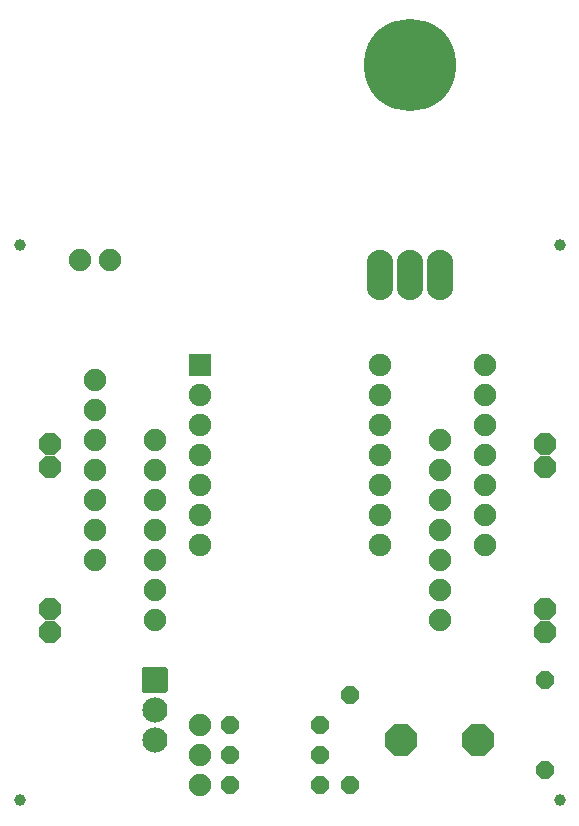
<source format=gbr>
%TF.GenerationSoftware,KiCad,Pcbnew,(6.0.8)*%
%TF.CreationDate,2023-05-05T16:47:41-05:00*%
%TF.ProjectId,MSoRo_v4.0_big_mode_RSC,4d536f52-6f5f-4763-942e-305f6269675f,rev?*%
%TF.SameCoordinates,Original*%
%TF.FileFunction,Soldermask,Bot*%
%TF.FilePolarity,Negative*%
%FSLAX46Y46*%
G04 Gerber Fmt 4.6, Leading zero omitted, Abs format (unit mm)*
G04 Created by KiCad (PCBNEW (6.0.8)) date 2023-05-05 16:47:41*
%MOMM*%
%LPD*%
G01*
G04 APERTURE LIST*
G04 Aperture macros list*
%AMRoundRect*
0 Rectangle with rounded corners*
0 $1 Rounding radius*
0 $2 $3 $4 $5 $6 $7 $8 $9 X,Y pos of 4 corners*
0 Add a 4 corners polygon primitive as box body*
4,1,4,$2,$3,$4,$5,$6,$7,$8,$9,$2,$3,0*
0 Add four circle primitives for the rounded corners*
1,1,$1+$1,$2,$3*
1,1,$1+$1,$4,$5*
1,1,$1+$1,$6,$7*
1,1,$1+$1,$8,$9*
0 Add four rect primitives between the rounded corners*
20,1,$1+$1,$2,$3,$4,$5,0*
20,1,$1+$1,$4,$5,$6,$7,0*
20,1,$1+$1,$6,$7,$8,$9,0*
20,1,$1+$1,$8,$9,$2,$3,0*%
%AMFreePoly0*
4,1,25,0.391131,0.882296,0.403254,0.871942,0.871942,0.403254,0.900449,0.347306,0.901700,0.331412,0.901700,-0.331412,0.882296,-0.391131,0.871942,-0.403254,0.403254,-0.871942,0.347306,-0.900449,0.331412,-0.901700,-0.331412,-0.901700,-0.391131,-0.882296,-0.403254,-0.871942,-0.871942,-0.403254,-0.900449,-0.347306,-0.901700,-0.331412,-0.901700,0.331412,-0.882296,0.391131,-0.871942,0.403254,
-0.403254,0.871942,-0.347306,0.900449,-0.331412,0.901700,0.331412,0.901700,0.391131,0.882296,0.391131,0.882296,$1*%
%AMFreePoly1*
4,1,25,0.333266,0.742596,0.345389,0.732242,0.732242,0.345389,0.760749,0.289441,0.762000,0.273547,0.762000,-0.273547,0.742596,-0.333266,0.732242,-0.345389,0.345389,-0.732242,0.289441,-0.760749,0.273547,-0.762000,-0.273547,-0.762000,-0.333266,-0.742596,-0.345389,-0.732242,-0.732242,-0.345389,-0.760749,-0.289441,-0.762000,-0.273547,-0.762000,0.273547,-0.742596,0.333266,-0.732242,0.345389,
-0.345389,0.732242,-0.289441,0.760749,-0.273547,0.762000,0.273547,0.762000,0.333266,0.742596,0.333266,0.742596,$1*%
%AMFreePoly2*
4,1,25,0.406913,0.920396,0.419036,0.910042,0.910042,0.419036,0.938549,0.363088,0.939800,0.347194,0.939800,-0.347194,0.920396,-0.406913,0.910042,-0.419036,0.419036,-0.910042,0.363088,-0.938549,0.347194,-0.939800,-0.347194,-0.939800,-0.406913,-0.920396,-0.419036,-0.910042,-0.910042,-0.419036,-0.938549,-0.363088,-0.939800,-0.347194,-0.939800,0.347194,-0.920396,0.406913,-0.910042,0.419036,
-0.419036,0.910042,-0.363088,0.938549,-0.347194,0.939800,0.347194,0.939800,0.406913,0.920396,0.406913,0.920396,$1*%
%AMFreePoly3*
4,1,25,0.585770,1.352196,0.597893,1.341842,1.341842,0.597893,1.370349,0.541945,1.371600,0.526051,1.371600,-0.526051,1.352196,-0.585770,1.341842,-0.597893,0.597893,-1.341842,0.541945,-1.370349,0.526051,-1.371600,-0.526051,-1.371600,-0.585770,-1.352196,-0.597893,-1.341842,-1.341842,-0.597893,-1.370349,-0.541945,-1.371600,-0.526051,-1.371600,0.526051,-1.352196,0.585770,-1.341842,0.597893,
-0.597893,1.341842,-0.541945,1.370349,-0.526051,1.371600,0.526051,1.371600,0.585770,1.352196,0.585770,1.352196,$1*%
G04 Aperture macros list end*
%ADD10C,1.000000*%
%ADD11FreePoly0,0.000000*%
%ADD12C,1.903200*%
%ADD13RoundRect,0.101600X-0.850000X-0.850000X0.850000X-0.850000X0.850000X0.850000X-0.850000X0.850000X0*%
%ADD14C,7.823200*%
%ADD15O,2.235200X4.267200*%
%ADD16FreePoly1,180.000000*%
%ADD17FreePoly1,0.000000*%
%ADD18FreePoly1,270.000000*%
%ADD19FreePoly2,90.000000*%
%ADD20FreePoly1,90.000000*%
%ADD21FreePoly3,0.000000*%
%ADD22C,2.133600*%
%ADD23RoundRect,0.101600X-0.965200X-0.965200X0.965200X-0.965200X0.965200X0.965200X-0.965200X0.965200X0*%
G04 APERTURE END LIST*
D10*
%TO.C,@HOLE0*%
X125641100Y-81508600D03*
%TD*%
%TO.C,@HOLE1*%
X171361100Y-81508600D03*
%TD*%
%TO.C,@HOLE2*%
X171361100Y-128498600D03*
%TD*%
%TO.C,@HOLE3*%
X125641100Y-128498600D03*
%TD*%
D11*
%TO.C,PAD1*%
X165011100Y-106908600D03*
%TD*%
%TO.C,PAD10*%
X161201100Y-108178600D03*
%TD*%
%TO.C,PAD11*%
X161201100Y-105638600D03*
%TD*%
%TO.C,PAD12*%
X161201100Y-103098600D03*
%TD*%
%TO.C,PAD13*%
X161201100Y-100558600D03*
%TD*%
%TO.C,PAD14*%
X161201100Y-98018600D03*
%TD*%
%TO.C,PAD15*%
X137071100Y-113258600D03*
%TD*%
%TO.C,PAD16*%
X137071100Y-110718600D03*
%TD*%
%TO.C,PAD17*%
X137071100Y-108178600D03*
%TD*%
%TO.C,PAD18*%
X137071100Y-105638600D03*
%TD*%
%TO.C,PAD19*%
X137071100Y-103098600D03*
%TD*%
%TO.C,PAD2*%
X165011100Y-104368600D03*
%TD*%
%TO.C,PAD20*%
X137071100Y-100558600D03*
%TD*%
%TO.C,PAD21*%
X137071100Y-98018600D03*
%TD*%
%TO.C,PAD22*%
X131991100Y-108178600D03*
%TD*%
%TO.C,PAD23*%
X131991100Y-105638600D03*
%TD*%
%TO.C,PAD24*%
X131991100Y-103098600D03*
%TD*%
%TO.C,PAD25*%
X131991100Y-100558600D03*
%TD*%
%TO.C,PAD26*%
X131991100Y-98018600D03*
%TD*%
%TO.C,PAD27*%
X131991100Y-95478600D03*
%TD*%
%TO.C,PAD28*%
X131991100Y-92938600D03*
%TD*%
%TO.C,PAD3*%
X165011100Y-101828600D03*
%TD*%
%TO.C,PAD37*%
X133261100Y-82778600D03*
%TD*%
%TO.C,PAD38*%
X130721100Y-82778600D03*
%TD*%
%TO.C,PAD4*%
X165011100Y-99288600D03*
%TD*%
%TO.C,PAD5*%
X165011100Y-96748600D03*
%TD*%
%TO.C,PAD6*%
X165011100Y-94208600D03*
%TD*%
%TO.C,PAD7*%
X165011100Y-91668600D03*
%TD*%
%TO.C,PAD8*%
X161201100Y-113258600D03*
%TD*%
%TO.C,PAD9*%
X161201100Y-110718600D03*
%TD*%
D12*
%TO.C,U1*%
X156121100Y-91668600D03*
X156121100Y-94208600D03*
X156121100Y-96748600D03*
X156121100Y-99288600D03*
X156121100Y-101828600D03*
X156121100Y-104368600D03*
X156121100Y-106908600D03*
X140881100Y-106908600D03*
X140881100Y-104368600D03*
X140881100Y-101828600D03*
X140881100Y-99288600D03*
X140881100Y-96748600D03*
X140881100Y-94208600D03*
D13*
X140881100Y-91668600D03*
%TD*%
D14*
%TO.C,U2*%
X158661100Y-66268600D03*
D15*
X161201100Y-84048600D03*
X158661100Y-84048600D03*
X156121100Y-84048600D03*
%TD*%
D11*
%TO.C,PAD39*%
X140881100Y-122148600D03*
%TD*%
%TO.C,PAD40*%
X140881100Y-124688600D03*
%TD*%
%TO.C,PAD41*%
X140881100Y-127228600D03*
%TD*%
D16*
%TO.C,R1*%
X143421100Y-122148600D03*
X151041100Y-122148600D03*
%TD*%
D17*
%TO.C,R2*%
X151041100Y-127228600D03*
X143421100Y-127228600D03*
%TD*%
%TO.C,R3*%
X151041100Y-124688600D03*
X143421100Y-124688600D03*
%TD*%
D18*
%TO.C,R4*%
X153581100Y-127228600D03*
X153581100Y-119608600D03*
%TD*%
D19*
%TO.C,P1*%
X128181100Y-98288600D03*
X128181100Y-100288600D03*
%TD*%
%TO.C,P2*%
X128181100Y-112258600D03*
X128181100Y-114258600D03*
%TD*%
%TO.C,P3*%
X170091100Y-112258600D03*
X170091100Y-114258600D03*
%TD*%
%TO.C,P4*%
X170091100Y-98288600D03*
X170091100Y-100288600D03*
%TD*%
D20*
%TO.C,R5*%
X170091100Y-118338600D03*
X170091100Y-125958600D03*
%TD*%
D21*
%TO.C,SP1*%
X164452300Y-123418600D03*
X157949900Y-123418600D03*
%TD*%
D22*
%TO.C,Q1*%
X137071100Y-123418600D03*
X137071100Y-120878600D03*
D23*
X137071100Y-118338600D03*
%TD*%
M02*

</source>
